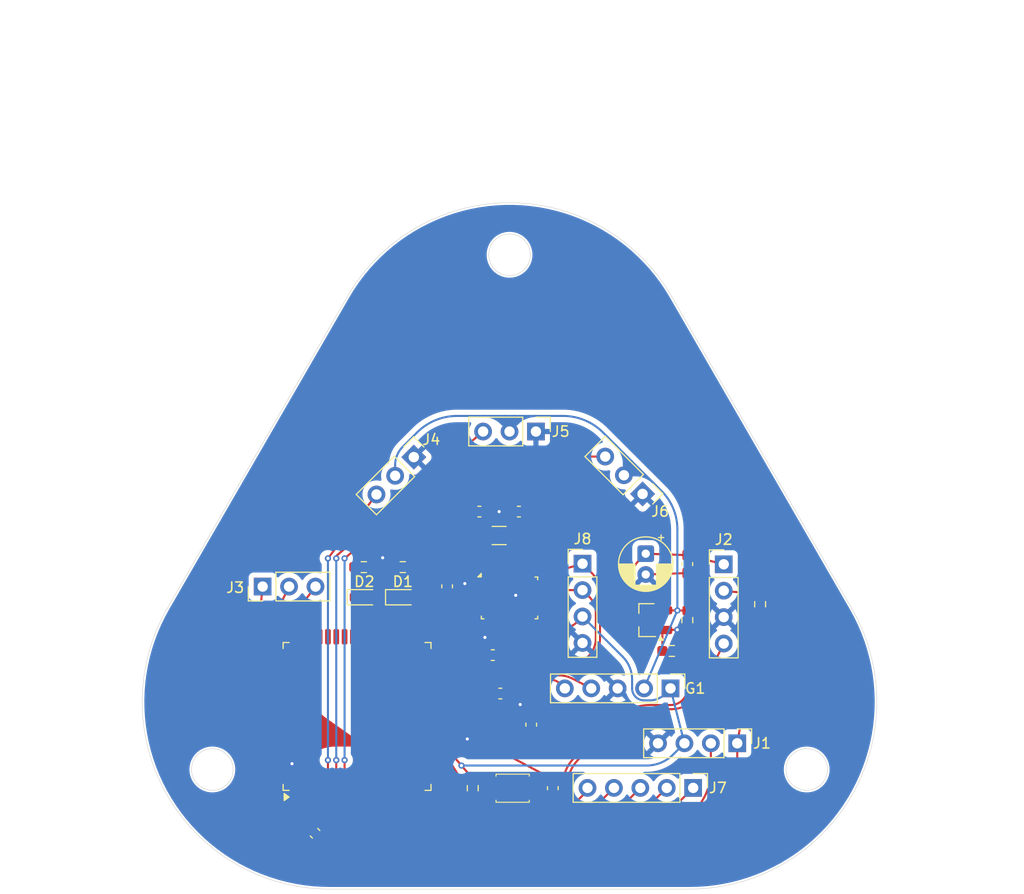
<source format=kicad_pcb>
(kicad_pcb (version 20241229) (generator "pcbnew") (generator_version "9.0")
  (layers (0 "F.Cu" signal) (2 "B.Cu" signal) (13 "F.Paste" user) (15 "B.Paste" user) (5 "F.SilkS" user "F.Silkscreen") (7 "B.SilkS" user "B.Silkscreen") (1 "F.Mask" user) (3 "B.Mask" user) (25 "Edge.Cuts" user))
  (net 0 "")
  (net 1 "GND")
  (net 2 "Net-(C1-Pad2)")
  (net 3 "Net-(U1-XTAL1)")
  (net 4 "Net-(U1-XTAL2)")
  (net 5 "3V3")
  (net 6 "Net-(U1-AREF)")
  (net 7 "Net-(J2-Pin_1)")
  (net 8 "Net-(U2-CAP)")
  (net 9 "Net-(U2-XOUT32)")
  (net 10 "Net-(U2-XIN32)")
  (net 11 "Net-(D1-K)")
  (net 12 "D1")
  (net 13 "Net-(D2-K)")
  (net 14 "D2")
  (net 15 "SCL")
  (net 16 "5V")
  (net 17 "SDA")
  (net 18 "TX0")
  (net 19 "RX0")
  (net 20 "Net-(J2-Pin_2)")
  (net 21 "LIDAR_PWM")
  (net 22 "ADC0")
  (net 23 "ADC2")
  (net 24 "ADC1")
  (net 25 "SERVO_A_PWM")
  (net 26 "SERVO_B_PWM")
  (net 27 "SERVO_C_PWM")
  (net 28 "DEBUG_1")
  (net 29 "DEBUG_3")
  (net 30 "DEBUG_0")
  (net 31 "DEBUG_4")
  (net 32 "DEBUG_2")
  (net 33 "TX1")
  (net 34 "RX1")
  (net 35 "RST")
  (net 36 "LIDAR_EN")
  (footprint "accelerometer:BNO055_Hand_Soldering_LGA-28_5.2x3.8mm_P0.5mm" (layer "F.Cu") (at 150 100)
    (property "Reference" "U2" (hide yes))
    (property "Value" "BNO055")
  )
  (footprint "Capacitor_SMD:C_0603_1608Metric_Pad1.08x0.95mm_HandSolder" (layer "F.Cu") (at 150.9 91.7 180)
    (property "Reference" "C9" (hide yes))
    (property "Value" "12pF" (hide yes))
  )
  (footprint "Crystal:Crystal_SMD_3215-2Pin_3.2x1.5mm" (layer "F.Cu") (at 149 94 180)
    (property "Reference" "Y2" (hide yes))
    (property "Value" "32.768kHz" (hide yes))
  )
  (footprint "Resistor_SMD:R_0603_1608Metric_Pad0.98x0.95mm_HandSolder" (layer "F.Cu") (at 135.9875 97.0375)
    (property "Reference" "R3" (hide yes))
    (property "Value" "330" (hide yes))
  )
  (footprint "Capacitor_SMD:C_0603_1608Metric_Pad1.08x0.95mm_HandSolder" (layer "F.Cu") (at 144 98.8875 -90)
    (property "Reference" "C8" (hide yes))
    (property "Value" "0.1uF" (hide yes))
  )
  (footprint "Package_QFP:TQFP-64_14x14mm_P0.8mm" (layer "F.Cu") (at 135.3375 111.4 90)
    (property "Reference" "U1" (hide yes))
    (property "Value" "ATmega128A-A")
  )
  (footprint "Resistor_SMD:R_0603_1608Metric_Pad0.98x0.95mm_HandSolder" (layer "F.Cu") (at 167.1 102.13625 90)
    (property "Reference" "R4" (hide yes))
    (property "Value" "10K" (hide yes))
  )
  (footprint "Capacitor_SMD:C_0603_1608Metric_Pad1.08x0.95mm_HandSolder" (layer "F.Cu") (at 152.0875 112.1875 90)
    (property "Reference" "C3" (hide yes))
    (property "Value" "12pF" (hide yes))
  )
  (footprint "Connector_PinHeader_2.54mm:PinHeader_1x04_P2.54mm_Vertical" (layer "F.Cu") (at 157.02 96.71)
    (property "Reference" "J8")
    (property "Value" "Conn_01x04_Socket" (hide yes))
  )
  (footprint "Package_TO_SOT_SMD:SOT-23_Handsoldering" (layer "F.Cu") (at 163.2 102.13625 180)
    (property "Reference" "Q1" (hide yes))
    (property "Value" "AO3401A" (hide yes))
  )
  (footprint "Capacitor_SMD:C_0603_1608Metric_Pad1.08x0.95mm_HandSolder" (layer "F.Cu") (at 147.1 91.7)
    (property "Reference" "C10" (hide yes))
    (property "Value" "12pF" (hide yes))
  )
  (footprint "Capacitor_SMD:C_0603_1608Metric_Pad1.08x0.95mm_HandSolder" (layer "F.Cu") (at 131.3 122.63 135)
    (property "Reference" "C4" (hide yes))
    (property "Value" "100nF" (hide yes))
  )
  (footprint "LED_SMD:LED_0603_1608Metric_Pad1.05x0.95mm_HandSolder" (layer "F.Cu") (at 136.0375 99.9375)
    (property "Reference" "D2")
    (property "Value" "LED" (hide yes))
  )
  (footprint "Resistor_SMD:R_0603_1608Metric_Pad0.98x0.95mm_HandSolder" (layer "F.Cu") (at 174.1 100.60625 90)
    (property "Reference" "R6" (hide yes))
    (property "Value" "1K" (hide yes))
  )
  (footprint "air_sens_foots:crys_osc_smd3225_4" (layer "F.Cu") (at 149.0375 112.5875 -90)
    (property "Reference" "Y1" (hide yes))
    (property "Value" "8MHz" (hide yes))
  )
  (footprint "Connector_PinHeader_2.54mm:PinHeader_1x05_P2.54mm_Vertical" (layer "F.Cu") (at 165.48 108.7 -90)
    (property "Reference" "G1")
    (property "Value" "~" (hide yes))
  )
  (footprint "Capacitor_THT:CP_Radial_D5.0mm_P2.00mm" (layer "F.Cu") (at 163.1 95.7475 -90)
    (property "Reference" "C5" (hide yes))
    (property "Value" "10uF" (hide yes))
  )
  (footprint "Connector_PinHeader_2.54mm:PinHeader_1x03_P2.54mm_Vertical" (layer "F.Cu") (at 140.796051 86.46 -45)
    (property "Reference" "J4")
    (property "Value" "Conn_01x03_Socket" (hide yes))
  )
  (footprint "Connector_PinHeader_2.54mm:PinHeader_1x04_P2.54mm_Vertical" (layer "F.Cu") (at 170.6 96.76625)
    (property "Reference" "J2")
    (property "Value" "Lidar")
  )
  (footprint "Connector_PinHeader_2.54mm:PinHeader_1x05_P2.54mm_Vertical" (layer "F.Cu") (at 167.66 118.27 -90)
    (property "Reference" "J7")
    (property "Value" "Conn_01x05_Socket" (hide yes))
  )
  (footprint "Capacitor_SMD:C_0603_1608Metric_Pad1.08x0.95mm_HandSolder" (layer "F.Cu") (at 154.1625 118.3 -90)
    (property "Reference" "C1" (hide yes))
    (property "Value" "100nF" (hide yes))
  )
  (footprint "Capacitor_SMD:C_0603_1608Metric_Pad1.08x0.95mm_HandSolder" (layer "F.Cu") (at 167.1 96.7475 -90)
    (property "Reference" "C6" (hide yes))
    (property "Value" "100nF" (hide yes))
  )
  (footprint "Resistor_SMD:R_0603_1608Metric_Pad0.98x0.95mm_HandSolder" (layer "F.Cu") (at 139.7375 97.0375)
    (property "Reference" "R2" (hide yes))
    (property "Value" "330" (hide yes))
  )
  (footprint "Resistor_SMD:R_0603_1608Metric_Pad0.98x0.95mm_HandSolder" (layer "F.Cu") (at 146.4625 118.3 -90)
    (property "Reference" "R1" (hide yes))
    (property "Value" "10K" (hide yes))
  )
  (footprint "Capacitor_SMD:C_0603_1608Metric_Pad1.08x0.95mm_HandSolder" (layer "F.Cu") (at 149.115 109.1975)
    (property "Reference" "C2" (hide yes))
    (property "Value" "12pF" (hide yes))
  )
  (footprint "Connector_PinHeader_2.54mm:PinHeader_1x03_P2.54mm_Vertical" (layer "F.Cu") (at 126.26 98.91 90)
    (property "Reference" "J3")
    (property "Value" "Conn_01x03_Socket" (hide yes))
  )
  (footprint "Capacitor_SMD:C_0603_1608Metric_Pad1.08x0.95mm_HandSolder" (layer "F.Cu") (at 148.39 105.5 180)
    (property "Reference" "C7" (hide yes))
    (property "Value" "0.1uF" (hide yes))
  )
  (footprint "Connector_PinHeader_2.54mm:PinHeader_1x03_P2.54mm_Vertical" (layer "F.Cu") (at 162.796051 90 -135)
    (property "Reference" "J6")
    (property "Value" "Conn_01x03_Socket" (hide yes))
  )
  (footprint "Connector_PinHeader_2.54mm:PinHeader_1x03_P2.54mm_Vertical" (layer "F.Cu") (at 152.54 84 -90)
    (property "Reference" "J5")
    (property "Value" "Conn_01x03_Socket" (hide yes))
  )
  (footprint "Connector_PinHeader_2.54mm:PinHeader_1x04_P2.54mm_Vertical" (layer "F.Cu") (at 171.9 113.98 -90)
    (property "Reference" "J1")
    (property "Value" "Conn_01x04_Socket" (hide yes))
  )
  (footprint "Resistor_SMD:R_0603_1608Metric_Pad0.98x0.95mm_HandSolder" (layer "F.Cu") (at 165.6125 105.09875 180)
    (property "Reference" "R5" (hide yes))
    (property "Value" "100" (hide yes))
  )
  (footprint "switch:SW_Tactile3x2.5" (layer "F.Cu") (at 150.3 118.3 180)
    (property "Reference" "SW1" (hide yes))
    (property "Value" "SW_Push" (hide yes))
  )
  (footprint "LED_SMD:LED_0603_1608Metric_Pad1.05x0.95mm_HandSolder" (layer "F.Cu") (at 139.7375 99.9375)
    (property "Reference" "D1")
    (property "Value" "LED" (hide yes))
  )
  (gr_poly (pts (xy 144.6 100.3) (xy 145.2 100.6) (xy 149.8 100.7) (xy 149.2 100.4)) (stroke (width 0.2)) (fill yes) (layer "F.Cu") (net 5))
  (gr_poly (pts (xy 131.3 110.9) (xy 131.7 112.6) (xy 131.4 114.2) (xy 131.1 114.7) (xy 131.2 114.8) (xy 132.3 114.3) (xy 133.7 114.2) (xy 136.1 114.2) (xy 132 111.3) (xy 131.4 110.8)) (stroke (width 0.01)) (fill yes) (layer "F.Cu") (net 5))
  (gr_poly (pts (xy 150.917216 99.8) (xy 151.4 100.1) (xy 152.817216 100.2) (xy 152.817216 99.8)) (stroke (width 0.2)) (fill yes) (layer "F.Cu") (net 1))
  (gr_poly (pts (xy 148.5 82.6) (xy 151.5 82.6) (xy 150 83.6)) (stroke (width 0.2)) (fill yes) (layer "B.Cu") (net 16))
  (gr_poly (pts (xy 160.9 86.1) (xy 163.1 88.3) (xy 161.2 88)) (stroke (width 0.2)) (fill yes) (layer "B.Cu") (net 16))
  (gr_circle (center 150 67) (end 152 67) (stroke (width 0.05)) (fill no) (layer "Edge.Cuts"))
  (gr_line (start 132.679 128) (end 167.321 128) (stroke (width 0.05)) (layer "Edge.Cuts"))
  (gr_line (start 182.909 101) (end 165.588 71) (stroke (width 0.05)) (layer "Edge.Cuts"))
  (gr_arc (start 132.679 128) (mid 117.090551 119.000014) (end 117.090527 101.000027) (stroke (width 0.05)) (layer "Edge.Cuts"))
  (gr_arc (start 182.909 101) (mid 182.909229 118.999604) (end 167.321229 127.999604) (stroke (width 0.05)) (layer "Edge.Cuts"))
  (gr_circle (center 121.421 116.5) (end 123.421 116.5) (stroke (width 0.05)) (fill no) (layer "Edge.Cuts"))
  (gr_arc (start 134.412 71) (mid 150.000244 62.000396) (end 165.588244 71.000423) (stroke (width 0.05)) (layer "Edge.Cuts"))
  (gr_line (start 134.412 71) (end 117.091 101) (stroke (width 0.05)) (layer "Edge.Cuts"))
  (gr_circle (center 178.579 116.5) (end 180.579 116.5) (stroke (width 0.05)) (fill no) (layer "Edge.Cuts"))
  (segment (start 129.081985 115.944485) (end 129.081985 116) (width 0.2) (layer "F.Cu") (net 1))
  (segment (start 140.2 96.5875) (end 140.65 97.0375) (width 0.2) (layer "F.Cu") (net 1))
  (segment (start 149 91.7) (end 147.9625 91.7) (width 0.2) (layer "F.Cu") (net 1))
  (segment (start 147.632936 103.8) (end 147.5275 105.5) (width 0.2) (layer "F.Cu") (net 1))
  (segment (start 149 91.7) (end 150.0375 91.7) (width 0.2) (layer "F.Cu") (net 1))
  (segment (start 163.1 97.7475) (end 167.1 97.61) (width 0.2) (layer "F.Cu") (net 1))
  (segment (start 129.042729 116.094769) (end 128.809742 116.327757) (width 0.2) (layer "F.Cu") (net 1))
  (segment (start 128.05625 108.6) (end 127.675 108.6) (width 0.2) (layer "F.Cu") (net 1))
  (segment (start 145.9375 113.562801) (end 143 113.4) (width 0.2) (layer "F.Cu") (net 1))
  (segment (start 150.042893 99.196893) (end 150.596 99.75) (width 0.2) (layer "F.Cu") (net 1))
  (segment (start 129.1375 115.849714) (end 129.1375 109.794974) (width 0.2) (layer "F.Cu") (net 1))
  (segment (start 164.7 103.08625) (end 164.7 105.09875) (width 0.2) (layer "F.Cu") (net 1))
  (segment (start 147.632936 103.8) (end 147.75 101.9125) (width 0.2) (layer "F.Cu") (net 1))
  (segment (start 145.7 98.624281) (end 144 98.025) (width 0.2) (layer "F.Cu") (net 1))
  (segment (start 149.75 98.0875) (end 149.75 98.489786) (width 0.2) (layer "F.Cu") (net 1))
  (segment (start 145.9375 113.562801) (end 147.43652 113.645879) (width 0.2) (layer "F.Cu") (net 1))
  (segment (start 164.7 103.08625) (end 167.1 103.04875) (width 0.2) (layer "F.Cu") (net 1))
  (segment (start 145.7 98.624281) (end 147.475 99.25) (width 0.2) (layer "F.Cu") (net 1))
  (segment (start 151.023164 110.251836) (end 152.0875 111.325) (width 0.2) (layer "F.Cu") (net 1))
  (segment (start 129.109742 115.916727) (end 129.081985 115.944485) (width 0.2) (layer "F.Cu") (net 1))
  (segment (start 150.596 99.75) (end 152.525 99.75) (width 0.2) (layer "F.Cu") (net 1))
  (segment (start 128.7875 108.95) (end 128.707084 108.869584) (width 0.2) (layer "F.Cu") (net 1))
  (segment (start 151.023164 110.251836) (end 149.9775 109.1975) (width 0.2) (layer "F.Cu") (net 1))
  (segment (start 139.113603 96.1375) (end 137.8 96.1375) (width 0.2) (layer "F.Cu") (net 1))
  (segment (start 149.864154 115.152989) (end 154.1625 117.4375) (width 0.2) (layer "F.Cu") (net 1))
  (segment (start 151.023164 110.251836) (end 149.8875 111.4875) (width 0.2) (layer "F.Cu") (net 1))
  (segment (start 151.8105 100.25) (end 152.525 100.25) (width 0.2) (layer "F.Cu") (net 1))
  (segment (start 128.15249 116.6) (end 127.675 116.6) (width 0.2) (layer "F.Cu") (net 1))
  (segment (start 137.8 96.1375) (end 136.9 97.0375) (width 0.2) (layer "F.Cu") (net 1))
  (via (at 166.13 103.063906) (size 0.6) (drill 0.3) (layers "F.Cu" "B.Cu") (net 1))
  (via (at 147.632936 103.8) (size 0.6) (drill 0.3) (layers "F.Cu" "B.Cu") (net 1))
  (via (at 151.023164 110.251836) (size 0.6) (drill 0.3) (layers "F.Cu" "B.Cu") (net 1))
  (via (at 145.9375 113.562801) (size 0.6) (drill 0.3) (layers "F.Cu" "B.Cu") (net 1))
  (via (at 137.8 96.1375) (size 0.6) (drill 0.3) (layers "F.Cu" "B.Cu") (net 1))
  (via (at 149 91.7) (size 0.6) (drill 0.3) (layers "F.Cu" "B.Cu") (net 1))
  (via (at 145.7 98.624281) (size 0.6) (drill 0.3) (layers "F.Cu" "B.Cu") (net 1))
  (via (at 129.081985 115.944485) (size 0.6) (drill 0.3) (layers "F.Cu" "B.Cu") (net 1))
  (via (at 150.596 99.75) (size 0.6) (drill 0.3) (layers "F.Cu" "B.Cu") (net 1))
  (arc (start 150.590772 99.744772) (mid 151.150388 100.118695) (end 151.8105 100.25) (width 0.2) (layer "F.Cu") (net 1))
  (arc (start 128.707084 108.869584) (mid 128.408478 108.670062) (end 128.05625 108.6) (width 0.2) (layer "F.Cu") (net 1))
  (arc (start 128.7875 108.95) (mid 129.046537 109.337677) (end 129.1375 109.794974) (width 0.2) (layer "F.Cu") (net 1))
  (arc (start 129.1375 115.849714) (mid 129.130285 115.885981) (end 129.109742 115.916727) (width 0.2) (layer "F.Cu") (net 1))
  (arc (start 140.2 96.5875) (mid 139.701556 96.254451) (end 139.113603 96.1375) (width 0.2) (layer "F.Cu") (net 1))
  (arc (start 129.081985 116) (mid 129.071782 116.051288) (end 129.042729 116.094769) (width 0.2) (layer "F.Cu") (net 1))
  (arc (start 147.43652 113.645879) (mid 148.123949 113.821137) (end 148.69375 114.24375) (width 0.2) (layer "F.Cu") (net 1))
  (arc (start 128.809742 116.327757) (mid 128.508192 116.529246) (end 128.15249 116.6) (width 0.2) (layer "F.Cu") (net 1))
  (arc (start 150.042893 99.196893) (mid 149.82612 98.87247) (end 149.75 98.489786) (width 0.2) (layer "F.Cu") (net 1))
  (arc (start 148.69375 114.24375) (mid 149.239769 114.748807) (end 149.864154 115.152989) (width 0.2) (layer "F.Cu") (net 1))
  (segment (start 152.15 118.3) (end 154.1625 119.1625) (width 0.2) (layer "F.Cu") (net 2))
  (segment (start 145.016238 111.678541) (end 144.896456 111.685755) (width 0.2) (layer "F.Cu") (net 3))
  (segment (start 144.896456 111.685755) (end 144.579584 111.704844) (width 0.2) (layer "F.Cu") (net 3))
  (segment (start 145.892962 111.265073) (end 145.907393 111.504638) (width 0.2) (layer "F.Cu") (net 3))
  (segment (start 145.620037 110.72574) (end 145.500254 110.732956) (width 0.2) (layer "F.Cu") (net 3))
  (segment (start 145.914608 111.62442) (end 145.914608 111.624417) (width 0.2) (layer "F.Cu") (net 3))
  (segment (start 145.907393 111.504638) (end 145.914608 111.624417) (width 0.2) (layer "F.Cu") (net 3))
  (segment (start 146.753092 111.57391) (end 148.1875 111.4875) (width 0.2) (layer "F.Cu") (net 3))
  (segment (start 145.914608 111.624419) (end 145.914609 111.624419) (width 0.2) (layer "F.Cu") (net 3))
  (segment (start 146.170461 112.067347) (end 146.32392 112.058102) (width 0.2) (layer "F.Cu") (net 3))
  (segment (start 145.874034 110.950874) (end 145.892962 111.265073) (width 0.2) (layer "F.Cu") (net 3))
  (segment (start 148.1875 111.4875) (end 148.2525 109.1975) (width 0.2) (layer "F.Cu") (net 3))
  (segment (start 145.016238 111.678541) (end 145.076129 111.674934) (width 0.2) (layer "F.Cu") (net 3))
  (segment (start 144.579584 111.704844) (end 143.826058 111.750237) (width 0.2) (layer "F.Cu") (net 3))
  (segment (start 145.301263 111.420937) (end 145.27512 110.986954) (width 0.2) (layer "F.Cu") (net 3))
  (segment (start 145.928363 111.85276) (end 145.914608 111.62442) (width 0.2) (layer "F.Cu") (net 3))
  (segment (start 143.826058 111.750237) (end 143 111.8) (width 0.2) (layer "F.Cu") (net 3))
  (arc (start 145.500254 110.732956) (mid 145.335082 110.813328) (end 145.27512 110.986954) (width 0.2) (layer "F.Cu") (net 3))
  (arc (start 145.620037 110.72574) (mid 145.793662 110.785702) (end 145.874034 110.950874) (width 0.2) (layer "F.Cu") (net 3))
  (arc (start 146.538505 111.816007) (mid 146.481353 111.981495) (end 146.32392 112.058102) (width 0.2) (layer "F.Cu") (net 3))
  (arc (start 146.753092 111.57391) (mid 146.595659 111.650517) (end 146.538505 111.816007) (width 0.2) (layer "F.Cu") (net 3))
  (arc (start 145.301263 111.420937) (mid 145.241301 111.594563) (end 145.076129 111.674934) (width 0.2) (layer "F.Cu") (net 3))
  (arc (start 145.91461 111.624421) (mid 145.914609 111.62442) (end 145.914608 111.62442) (width 0.2) (layer "F.Cu") (net 3))
  (arc (start 145.914609 111.624419) (mid 145.914608 111.624419) (end 145.91461 111.624421) (width 0.2) (layer "F.Cu") (net 3))
  (arc (start 145.928363 111.85276) (mid 146.00497 112.010193) (end 146.170461 112.067347) (width 0.2) (layer "F.Cu") (net 3))
  (arc (start 145.91461 111.624421) (mid 145.914608 111.624419) (end 145.914608 111.624419) (width 0.2) (layer "F.Cu") (net 3))
  (arc (start 145.914608 111.624417) (mid 145.914609 111.624419) (end 145.91461 111.624421) (width 0.2) (layer "F.Cu") (net 3))
  (segment (start 148.369903 112.6) (end 143 112.6) (width 0.2) (layer "F.Cu") (net 4))
  (segment (start 149.8875 113.6875) (end 152.0875 113.05) (width 0.2) (layer "F.Cu") (net 4))
  (segment (start 149.104124 112.904124) (end 149.8875 113.6875) (width 0.2) (layer "F.Cu") (net 4))
  (arc (start 149.104124 112.904124) (mid 148.76726 112.679039) (end 148.369903 112.6) (width 0.2) (layer "F.Cu") (net 4))
  (segment (start 147.475 100.25) (end 144.853553 100.25) (width 0.2) (layer "F.Cu") (net 5))
  (segment (start 147.198 99.75) (end 144.353553 99.75) (width 0.2) (layer "F.Cu") (net 5))
  (segment (start 147.752 99.75) (end 147.198 99.75) (width 0.2) (layer "F.Cu") (net 5))
  (segment (start 131.90988 122.691165) (end 131.90988 123.23988) (width 0.2) (layer "F.Cu") (net 5))
  (segment (start 148.805787 100.25) (end 147.475 100.25) (width 0.2) (layer "F.Cu") (net 5))
  (segment (start 130.570145 109.970145) (end 134.8 114.2) (width 0.2) (layer "F.Cu") (net 5))
  (segment (start 128.589759 119.749759) (end 128.182349 119.342349) (width 0.2) (layer "F.Cu") (net 5))
  (segment (start 150.25 101.340658) (end 150.25 101.9125) (width 0.2) (layer "F.Cu") (net 5))
  (segment (start 149.827 100.673) (end 150.077 100.923) (width 0.2) (layer "F.Cu") (net 5))
  (segment (start 156.465 102.345) (end 157.02 101.79) (width 0.2) (layer "F.Cu") (net 5))
  (segment (start 145.707106 100.75) (end 147.475 100.75) (width 0.2) (layer "F.Cu") (net 5))
  (segment (start 134.8 114.2) (end 143 114.2) (width 0.2) (layer "F.Cu") (net 5))
  (segment (start 145.379413 116.120587) (end 143.977115 114.480285) (width 0.2) (layer "F.Cu") (net 5))
  (segment (start 149.659341 100.75) (end 147.475 100.75) (width 0.2) (layer "F.Cu") (net 5))
  (segment (start 148.25 99.372729) (end 148.25 98.0875) (width 0.2) (layer "F.Cu") (net 5))
  (segment (start 143.368749 114.2) (end 142.63125 114.2) (width 0.2) (layer "F.Cu") (net 5))
  (segment (start 150.694701 102.9) (end 155.125111 102.9) (width 0.2) (layer "F.Cu") (net 5))
  (segment (start 150.25 102.455298) (end 150.25 101.9125) (width 0.2) (layer "F.Cu") (net 5))
  (segment (start 147.752 99.75) (end 147.872729 99.75) (width 0.2) (layer "F.Cu") (net 5))
  (segment (start 127.675 117.8) (end 127.675 118.1175) (width 0.2) (layer "F.Cu") (net 5))
  (segment (start 131.041586 121.274156) (end 131.521879 121.754449) (width 0.2) (layer "F.Cu") (net 5))
  (segment (start 134.8 114.2) (end 133.2375 114.2) (width 0.2) (layer "F.Cu") (net 5))
  (segment (start 130.570145 115.304854) (end 128.757842 117.117157) (width 0.2) (layer "F.Cu") (net 5))
  (segment (start 145.379413 116.120587) (end 146.4625 117.3875) (width 0.2) (layer "F.Cu") (net 5))
  (segment (start 128.0375 107.8) (end 127.675 107.8) (width 0.2) (layer "F.Cu") (net 5))
  (segment (start 130.570145 109.970145) (end 128.656326 108.056326) (width 0.2) (layer "F.Cu") (net 5))
  (segment (start 129.443462 120.354508) (end 130.372355 120.800083) (width 0.2) (layer "F.Cu") (net 5))
  (segment (start 144.25 100) (end 144.5 100.25) (width 0.2) (layer "F.Cu") (net 5))
  (via (at 145.379413 116.120587) (size 0.6) (drill 0.3) (layers "F.Cu" "B.Cu") (net 5))
  (arc (start 150.25 101.340658) (mid 150.205038 101.114623) (end 150.077 100.923) (width 0.2) (layer "F.Cu") (net 5))
  (arc (start 127.675 118.1175) (mid 127.806855 118.780383) (end 128.182349 119.342349) (width 0.2) (layer "F.Cu") (net 5))
  (arc (start 144.5 100.25) (mid 145.053825 100.620054) (end 145.707106 100.75) (width 0.2) (layer "F.Cu") (net 5))
  (arc (start 144.353553 99.75) (mid 144.218254 99.840403) (end 144.25 100) (width 0.2) (layer "F.Cu") (net 5))
  (arc (start 148.1395 99.6395) (mid 148.017104 99.721281) (end 147.872729 99.75) (width 0.2) (layer "F.Cu") (net 5))
  (arc (start 131.521879 121.754449) (mid 131.809041 122.184218) (end 131.90988 122.691165) (width 0.2) (layer "F.Cu") (net 5))
  (arc (start 144.25 100) (mid 144.218254 99.840403) (end 144.353553 99.75) (width 0.2) (layer "F.Cu") (net 5))
  (arc (start 150.077 100.923) (mid 149.885376 100.794961) (end 149.659341 100.75) (width 0.2) (layer "F.Cu") (net 5))
  (arc (start 156.465 102.345) (mid 155.850253 102.75576) (end 155.125111 102.9) (width 0.2) (layer "F.Cu") (net 5))
  (arc (start 128.589759 119.749759) (mid 128.990989 120.088303) (end 129.443462 120.354508) (width 0.2) (layer "F.Cu") (net 5))
  (arc (start 131.675 112.6375) (mid 131.387857 111.193938) (end 130.570145 109.970145) (width 0.2) (layer "F.Cu") (net 5))
  (arc (start 130.570145 115.304854) (mid 131.387857 114.081061) (end 131.675 112.6375) (width 0.2) (layer "F.Cu") (net 5))
  (arc (start 144.25 100) (mid 144.25 100) (end 144.25 100) (width 0.2) (layer "F.Cu") (net 5))
  (arc (start 128.075 117.4) (mid 127.792157 117.517157) (end 127.675 117.8) (width 0.2) (layer "F.Cu") (net 5))
  (arc (start 150.25 102.455298) (mid 150.28385 102.625478) (end 150.38025 102.76975) (width 0.2) (layer "F.Cu") (net 5))
  (arc (start 133.2375 114.2) (mid 131.793938 114.487142) (end 130.570145 115.304854) (width 0.2) (layer "F.Cu") (net 5))
  (arc (start 148.25 99.372729) (mid 148.221281 99.517104) (end 148.1395 99.6395) (width 0.2) (layer "F.Cu") (net 5))
  (arc (start 150.38025 102.76975) (mid 150.524521 102.866149) (end 150.694701 102.9) (width 0.2) (layer "F.Cu") (net 5))
  (arc (start 144.25 100) (mid 144.526912 100.185027) (end 144.853553 100.25) (width 0.2) (layer "F.Cu") (net 5))
  (arc (start 128.757842 117.117157) (mid 128.444551 117.326491) (end 128.075 117.4) (width 0.2) (layer "F.Cu") (net 5))
  (arc (start 128.656326 108.056326) (mid 128.372406 107.866616) (end 128.0375 107.8) (width 0.2) (layer "F.Cu") (net 5))
  (arc (start 143.977115 114.480285) (mid 143.703663 114.27344) (end 143.368749 114.2) (width 0.2) (layer "F.Cu") (net 5))
  (arc (start 150.077 100.923) (mid 150.205038 101.114623) (end 150.25 101.340658) (width 0.2) (layer "F.Cu") (net 5))
  (arc (start 130.372355 120.800083) (mid 130.727056 121.008766) (end 131.041586 121.274156) (width 0.2) (layer "F.Cu") (net 5))
  (arc (start 149.827 100.673) (mid 149.358463 100.359934) (end 148.805787 100.25) (width 0.2) (layer "F.Cu") (net 5))
  (segment (start 164.9045 109.2755) (end 165.48 108.7) (width 0.2) (layer "B.Cu") (net 5))
  (segment (start 161.789 108.7) (end 161.789 107.86788) (width 0.2) (layer "B.Cu") (net 5))
  (segment (start 165.749706 115.050293) (end 166.82 113.98) (width 0.2) (layer "B.Cu") (net 5))
  (segment (start 165.48 108.7) (end 166.82 113.98) (width 0.2) (layer "B.Cu") (net 5))
  (segment (start 160.863482 105.633482) (end 157.02 101.79) (width 0.2) (layer "B.Cu") (net 5))
  (segment (start 145.379413 116.120587) (end 163.165789 116.120587) (width 0.2) (layer "B.Cu") (net 5))
  (segment (start 163.51512 109.851) (end 162.939999 109.851) (width 0.2) (layer "B.Cu") (net 5))
  (arc (start 164.9045 109.2755) (mid 164.267047 109.701432) (end 163.51512 109.851) (width 0.2) (layer "B.Cu") (net 5))
  (arc (start 161.789 108.7) (mid 161.876614 109.140468) (end 162.12612 109.51388) (width 0.2) (layer "B.Cu") (net 5))
  (arc (start 160.863482 105.633482) (mid 161.548465 106.658632) (end 161.789 107.86788) (width 0.2) (layer "B.Cu") (net 5))
  (arc (start 165.749706 115.050293) (mid 164.564195 115.842426) (end 163.165789 116.120587) (width 0.2) (layer "B.Cu") (net 5))
  (arc (start 162.12612 109.51388) (mid 162.49953 109.763385) (end 162.939999 109.851) (width 0.2) (layer "B.Cu") (net 5))
  (segment (start 126.6365 117.622945) (end 126.6365 116.442006) (width 0.2) (layer "F.Cu") (net 6))
  (segment (start 129.71256 121.25256) (end 130.69012 122.02012) (width 0.2) (layer "F.Cu") (net 6))
  (segment (start 127.394278 115.8) (end 127.675 115.8) (width 0.2) (layer "F.Cu") (net 6))
  (segment (start 126.915055 115.9985) (end 126.753131 116.160428) (width 0.2) (layer "F.Cu") (net 6))
  (segment (start 127.176415 118.926415) (end 127.856145 119.606145) (width 0.2) (layer "F.Cu") (net 6))
  (arc (start 127.394278 115.8) (mid 127.134924 115.851588) (end 126.915055 115.9985) (width 0.2) (layer "F.Cu") (net 6))
  (arc (start 126.6365 117.622945) (mid 126.776819 118.328378) (end 127.176415 118.926415) (width 0.2) (layer "F.Cu") (net 6))
  (arc (start 127.856145 119.606145) (mid 128.759698 120.457151) (end 129.71256 121.25256) (width 0.2) (layer "F.Cu") (net 6))
  (arc (start 126.753131 116.160428) (mid 126.666811 116.289617) (end 126.6365 116.442006) (width 0.2) (layer "F.Cu") (net 6))
  (segment (start 162.4 96.4475) (end 163.1 95.7475) (width 0.2) (layer "F.Cu") (net 7))
  (segment (start 161.7 98.137449) (end 161.7 102.13625) (width 0.2) (layer "F.Cu") (net 7))
  (segment (start 167.1 95.885) (end 170.6 96.76625) (width 0.2) (layer "F.Cu") (net 7))
  (segment (start 163.1 95.7475) (end 167.1 95.885) (width 0.2) (layer "F.Cu") (net 7))
  (arc (start 162.4 96.4475) (mid 161.881924 97.222855) (end 161.7 98.137449) (width 0.2) (layer "F.Cu") (net 7))
  (segment (start 149.25125 105.49875) (end 149.2525 105.5) (width 0.2) (layer "F.Cu") (net 8))
  (segment (start 149.25 105.495732) (end 149.25 101.9125) (width 0.2) (layer "F.Cu") (net 8))
  (arc (start 149.25 105.495732) (mid 149.250324 105.497365) (end 149.25125 105.49875) (width 0.2) (layer "F.Cu") (net 8))
  (segment (start 150.638519 93.409193) (end 151.7625 91.7) (width 0.2) (layer "F.Cu") (net 9))
  (segment (start 149.25 95.707106) (end 149.25 98.0875) (width 0.2) (layer "F.Cu") (net 9))
  (arc (start 149.75 94.5) (mid 149.379945 95.053825) (end 149.25 95.707106) (width 0.2) (layer "F.Cu") (net 9))
  (arc (start 150.638519 93.409193) (mid 150.222057 93.977239) (end 149.75 94.5) (width 0.2) (layer "F.Cu") (net 9))
  (segment (start 148.25 94.5) (end 147.75 94) (width 0.2) (layer "F.Cu") (net 10))
  (segment (start 148.75 95.707106) (end 148.75 98.0875) (width 0.2) (layer "F.Cu") (net 10))
  (segment (start 147.75 94) (end 146.2375 91.7) (width 0.2) (layer "F.Cu") (net 10))
  (arc (start 148.25 94.5) (mid 148.620054 95.053825) (end 148.75 95.707106) (width 0.2) (layer "F.Cu") (net 10))
  (segment (start 138.8625 99.9375) (end 138.825 97.0375) (width 0.2) (layer "F.Cu") (net 11))
  (segment (start 144.2375 104.767222) (end 144.2375 105.810684) (width 0.2) (layer "F.Cu") (net 12))
  (segment (start 143.848184 106.2) (end 143 106.2) (width 0.2) (layer "F.Cu") (net 12))
  (segment (start 143.385632 102.710632) (end 140.6125 99.9375) (width 0.2) (layer "F.Cu") (net 12))
  (arc (start 144.2375 105.810684) (mid 144.207865 105.959668) (end 144.123472 106.085972) (width 0.2) (layer "F.Cu") (net 12))
  (arc (start 143.385632 102.710632) (mid 144.016106 103.654203) (end 144.2375 104.767222) (width 0.2) (layer "F.Cu") (net 12))
  (arc (start 144.123472 106.085972) (mid 143.997168 106.170365) (end 143.848184 106.2) (width 0.2) (layer "F.Cu") (net 12))
  (segment (start 135.075 97.0375) (end 135.1625 99.9375) (width 0.2) (layer "F.Cu") (net 13))
  (segment (start 137.855133 100.880133) (end 136.9125 99.9375) (width 0.2) (layer "F.Cu") (net 14))
  (segment (start 142.363603 102.963603) (end 141.994866 102.594866) (width 0.2) (layer "F.Cu") (net 14))
  (segment (start 143 104.5) (end 143 105.4) (width 0.2) (layer "F.Cu") (net 14))
  (arc (start 142.363603 102.963603) (mid 142.834605 103.668508) (end 143 104.5) (width 0.2) (layer "F.Cu") (net 14))
  (arc (start 141.994866 102.594866) (mid 141.045203 101.960322) (end 139.925 101.7375) (width 0.2) (layer "F.Cu") (net 14))
  (arc (start 137.855133 100.880133) (mid 138.804796 101.514677) (end 139.925 101.7375) (width 0.2) (layer "F.Cu") (net 14))
  (segment (start 143.368749 111) (end 143 111) (width 0.2) (layer "F.Cu") (net 15))
  (segment (start 149.114885 107.85) (end 153.868959 107.85) (width 0.2) (layer "F.Cu") (net 15))
  (segment (start 143.998244 110.739254) (end 145.312499 109.425) (width 0.2) (layer "F.Cu") (net 15))
  (segment (start 154.895 108.275) (end 155.32 108.7) (width 0.2) (layer "F.Cu") (net 15))
  (arc (start 154.895 108.275) (mid 154.424248 107.960453) (end 153.868959 107.85) (width 0.2) (layer "F.Cu") (net 15))
  (arc (start 143.998244 110.739254) (mid 143.709429 110.932234) (end 143.368749 111) (width 0.2) (layer "F.Cu") (net 15))
  (arc (start 149.114885 107.85) (mid 147.057048 108.259329) (end 145.312499 109.425) (width 0.2) (layer "F.Cu") (net 15))
  (segment (start 166.14 101.20875) (end 164.7 101.18625) (width 0.2) (layer "F.Cu") (net 16))
  (segment (start 166.14 101.20875) (end 167.1 101.22375) (width 0.2) (layer "F.Cu") (net 16))
  (via (at 166.14 101.20875) (size 0.6) (drill 0.3) (layers "F.Cu" "B.Cu") (net 16))
  (segment (start 139 87.228025) (end 139 88.256051) (width 0.2) (layer "B.Cu") (net 16))
  (segment (start 162.051974 88.203949) (end 161 88.203949) (width 0.2) (layer "B.Cu") (net 16))
  (segment (start 161.743858 86.843858) (end 162.36009 87.46009) (width 0.2) (layer "B.Cu") (net 16))
  (segment (start 160.256141 85.356141) (end 161.743858 86.843858) (width 0.2) (layer "B.Cu") (net 16))
  (segment (start 150.439339 82.5) (end 149.56066 82.5) (width 0.2) (layer "B.Cu") (net 16))
  (segment (start 150.439339 82.5) (end 152.56066 82.5) (width 0.2) (layer "B.Cu") (net 16))
  (segment (start 161 87.151974) (end 161 88.203949) (width 0.2) (layer "B.Cu") (net 16))
  (segment (start 166.14 93.386812) (end 166.14 101.20875) (width 0.2) (layer "B.Cu") (net 16))
  (segment (start 166.14 101.20875) (end 162.94 108.7) (width 0.2) (layer "B.Cu") (net 16))
  (segment (start 162.36009 87.46009) (end 163.847807 88.947807) (width 0.2) (layer "B.Cu") (net 16))
  (segment (start 152.56066 82.5) (end 155.146036 82.5) (width 0.2) (layer "B.Cu") (net 16))
  (segment (start 141.106206 84.093792) (end 139.726923 85.473076) (width 0.2) (layer "B.Cu") (net 16))
  (segment (start 163.847807 88.947807) (end 164.621974 89.721974) (width 0.2) (layer "B.Cu") (net 16))
  (segment (start 147.439339 82.5) (end 149.56066 82.5) (width 0.2) (layer "B.Cu") (net 16))
  (segment (start 144.953963 82.5) (end 147.439339 82.5) (width 0.2) (layer "B.Cu") (net 16))
  (segment (start 160.256141 85.356141) (end 158.993792 84.093792) (width 0.2) (layer "B.Cu") (net 16))
  (arc (start 163.847807 88.947807) (mid 163.023872 88.397271) (end 162.051974 88.203949) (width 0.2) (layer "B.Cu") (net 16))
  (arc (start 144.953963 82.5) (mid 142.871572 82.914213) (end 141.106206 84.093792) (width 0.2) (layer "B.Cu") (net 16))
  (arc (start 161.743858 86.843858) (mid 161.26899 86.7494) (end 161 87.151974) (width 0.2) (layer "B.Cu") (net 16))
  (arc (start 164.621974 89.721974) (mid 165.745477 91.403416) (end 166.14 93.386812) (width 0.2) (layer "B.Cu") (net 16))
  (arc (start 149.25 83.25) (mid 148.419261 82.694918) (end 147.439339 82.5) (width 0.2) (layer "B.Cu") (net 16))
  (arc (start 152.56066 82.5) (mid 151.580737 82.694918) (end 150.75 83.25) (width 0.2) (layer "B.Cu") (net 16))
  (arc (start 149.25 83.25) (mid 150 83.56066) (end 150.75 83.25) (width 0.2) (layer "B.Cu") (net 16))
  (arc (start 162.051974 88.203949) (mid 162.454547 87.934957) (end 162.36009 87.46009) (width 0.2) (layer "B.Cu") (net 16))
  (arc (start 158.993792 84.093792) (mid 157.228426 82.914213) (end 155.146036 82.5) (width 0.2) (layer "B.Cu") (net 16))
  (arc (start 139.726923 85.473076) (mid 139.188921 86.278253) (end 139 87.228025) (width 0.2) (layer "B.Cu") (net 16))
  (arc (start 150.75 83.25) (mid 150.845236 82.771211) (end 150.439339 82.5) (width 0.2) (layer "B.Cu") (net 16))
  (arc (start 149.56066 82.5) (mid 149.154763 82.771211) (end 149.25 83.25) (width 0.2) (layer "B.Cu") (net 16))
  (arc (start 161 87.151974) (mid 160.806677 86.180076) (end 160.256141 85.356141) (width 0.2) (layer "B.Cu") (net 16))
  (segment (start 145.345898 108.824499) (end 144.313486 109.856912) (width 0.2) (layer "F.Cu") (net 17))
  (segment (start 156.068762 107.770577) (end 157.86 108.7) (width 0.2) (layer "F.Cu") (net 17))
  (segment (start 148.666649 107.449) (end 154.750776 107.449) (width 0.2) (layer "F.Cu") (net 17))
  (segment (start 143.485199 110.2) (end 143 110.2) (width 0.2) (layer "F.Cu") (net 17))
  (arc (start 148.666649 107.449) (mid 146.869471 107.80648) (end 145.345898 108.824499) (width 0.2) (layer "F.Cu") (net 17))
  (arc (start 144.313486 109.856912) (mid 143.933465 110.110834) (end 143.485199 110.2) (width 0.2) (layer "F.Cu") (net 17))
  (arc (start 156.068762 107.770577) (mid 155.429101 107.530556) (end 154.750776 107.449) (width 0.2) (layer "F.Cu") (net 17))
  (segment (start 166.778792 121.453206) (end 167.766207 120.465792) (width 0.2) (layer "F.Cu") (net 18))
  (segment (start 130.9375 119.343222) (end 130.9375 119.0625) (width 0.2) (layer "F.Cu") (net 18))
  (segment (start 169.36 116.618036) (end 169.36 113.98) (width 0.2) (layer "F.Cu") (net 18))
  (segment (start 136.614519 123.047) (end 162.931036 123.047) (width 0.2) (layer "F.Cu") (net 18))
  (segment (start 132.766763 121.453207) (end 131.136 119.822444) (width 0.2) (layer "F.Cu") (net 18))
  (arc (start 166.778792 121.453206) (mid 165.013426 122.632786) (end 162.931036 123.047) (width 0.2) (layer "F.Cu") (net 18))
  (arc (start 132.766763 121.453207) (mid 134.532128 122.632786) (end 136.614519 123.047) (width 0.2) (layer "F.Cu") (net 18))
  (arc (start 130.9375 119.343222) (mid 130.989088 119.602575) (end 131.136 119.822444) (width 0.2) (layer "F.Cu") (net 18))
  (arc (start 169.36 116.618036) (mid 168.945786 118.700426) (end 167.766207 120.465792) (width 0.2) (layer "F.Cu") (net 18))
  (segment (start 171.9 115.43955) (end 171.9 113.98) (width 0.2) (layer "F.Cu") (net 19))
  (segment (start 130.1375 119.431249) (end 130.1375 119.0625) (width 0.2) (layer "F.Cu") (net 19))
  (segment (start 171.9 113.98) (end 174.1 101.51875) (width 0.2) (layer "F.Cu") (net 19))
  (segment (start 132.191708 121.854207) (end 130.398245 120.060744) (width 0.2) (layer "F.Cu") (net 19))
  (segment (start 136.039464 123.448) (end 163.097136 123.448) (width 0.2) (layer "F.Cu") (net 19))
  (segment (start 170.867942 117.931157) (end 166.944892 121.854207) (width 0.2) (layer "F.Cu") (net 19))
  (arc (start 171.9 115.43955) (mid 171.631776 116.787998) (end 170.867942 117.931157) (width 0.2) (layer "F.Cu") (net 19))
  (arc (start 166.944892 121.854207) (mid 165.179526 123.033786) (end 163.097136 123.448) (width 0.2) (layer "F.Cu") (net 19))
  (arc (start 130.1375 119.431249) (mid 130.205265 119.771929) (end 130.398245 120.060744) (width 0.2) (layer "F.Cu") (net 19))
  (arc (start 132.191708 121.854207) (mid 133.957073 123.033786) (end 136.039464 123.448) (width 0.2) (layer "F.Cu") (net 19))
  (segment (start 170.6 99.30625) (end 174.1 99.69375) (width 0.2) (layer "F.Cu") (net 20))
  (segment (start 140.5375 119.431249) (end 140.5375 119.0625) (width 0.2) (layer "F.Cu") (net 21))
  (segment (start 140.798245 120.060744) (end 140.958 120.220499) (width 0.2) (layer "F.Cu") (net 21))
  (segment (start 156.6667 115.493298) (end 159.865207 112.294792) (width 0.2) (layer "F.Cu") (net 21))
  (segment (start 155.501 119.471802) (end 155.501 118.30755) (width 0.2) (layer "F.Cu") (net 21))
  (segment (start 165.52335 110.701) (end 163.712963 110.701) (width 0.2) (layer "F.Cu") (net 21))
  (segment (start 141.973178 120.641) (end 154.331802 120.641) (width 0.2) (layer "F.Cu") (net 21))
  (segment (start 168.372277 108.925621) (end 170.6 104.38625) (width 0.2) (layer "F.Cu") (net 21))
  (arc (start 140.958 120.220499) (mid 141.423767 120.531715) (end 141.973178 120.641) (width 0.2) (layer "F.Cu") (net 21))
  (arc (start 168.372277 108.925621) (mid 167.201769 110.220829) (end 165.52335 110.701) (width 0.2) (layer "F.Cu") (net 21))
  (arc (start 163.712963 110.701) (mid 161.630572 111.115213) (end 159.865207 112.294792) (width 0.2) (layer "F.Cu") (net 21))
  (arc (start 156.6667 115.493298) (mid 155.803955 116.784488) (end 155.501 118.30755) (width 0.2) (layer "F.Cu") (net 21))
  (arc (start 140.5375 119.431249) (mid 140.605265 119.771929) (end 140.798245 120.060744) (width 0.2) (layer "F.Cu") (net 21))
  (arc (start 155.501 119.471802) (mid 155.412 119.919234) (end 155.15855 120.29855) (width 0.2) (layer "F.Cu") (net 21))
  (arc (start 155.15855 120.29855) (mid 154.779234 120.552) (end 154.331802 120.641) (width 0.2) (layer "F.Cu") (net 21))
  (segment (start 125.8345 105.100956) (end 125.8345 113.581298) (width 0.2) (layer "F.Cu") (net 22))
  (segment (start 126.250028 114.584472) (end 126.308663 114.643107) (width 0.2) (layer "F.Cu") (net 22))
  (segment (start 126.04725 100.97) (end 126.26 98.91) (width 0.2) (layer "F.Cu") (net 22))
  (segment (start 127.170278 115) (end 127.675 115) (width 0.2) (layer "F.Cu") (net 22))
  (arc (start 126.04725 100.97) (mid 125.887722 103.03274) (end 125.8345 105.100956) (width 0.2) (layer "F.Cu") (net 22))
  (arc (start 126.308663 114.643107) (mid 126.703975 114.907246) (end 127.170278 115) (width 0.2) (layer "F.Cu") (net 22))
  (arc (start 125.8345 113.581298) (mid 125.942492 114.124211) (end 126.250028 114.584472) (width 0.2) (layer "F.Cu") (net 22))
  (segment (start 126.722387 104.960951) (end 131.34 98.91) (width 0.2) (layer "F.Cu") (net 23))
  (segment (start 126.6365 112.886159) (end 126.6365 105.21507) (width 0.2) (layer "F.Cu") (net 23))
  (segment (start 127.15034 113.4) (end 127.675 113.4) (width 0.2) (layer "F.Cu") (net 23))
  (arc (start 126.787 113.249499) (mid 126.953702 113.360886) (end 127.15034 113.4) (width 0.2) (layer "F.Cu") (net 23))
  (arc (start 126.6365 112.886159) (mid 126.675613 113.082797) (end 126.787 113.249499) (width 0.2) (layer "F.Cu") (net 23))
  (arc (start 126.722387 104.960951) (mid 126.658553 105.08095) (end 126.6365 105.21507) (width 0.2) (layer "F.Cu") (net 23))
  (segment (start 126.877757 113.991757) (end 126.532159 113.646159) (width 0.2) (layer "F.Cu") (net 24))
  (segment (start 127.3805 114.2) (end 127.675 114.2) (width 0.2) (layer "F.Cu") (net 24))
  (segment (start 126.769088 103.031613) (end 128.8 98.91) (width 0.2) (layer "F.Cu") (net 24))
  (segment (start 126.2355 105.321706) (end 126.2355 112.929961) (width 0.2) (layer "F.Cu") (net 24))
  (arc (start 126.769088 103.031613) (mid 126.37066 104.145989) (end 126.2355 105.321706) (width 0.2) (layer "F.Cu") (net 24))
  (arc (start 126.2355 112.929961) (mid 126.312599 113.317565) (end 126.532159 113.646159) (width 0.2) (layer "F.Cu") (net 24))
  (arc (start 126.877757 113.991757) (mid 127.108417 114.145879) (end 127.3805 114.2) (width 0.2) (layer "F.Cu") (net 24))
  (segment (start 132.5375 115.6) (end 132.5375 119.0625) (width 0.2) (layer "F.Cu") (net 25))
  (segment (start 132.5375 96.2) (end 137.203949 90.052102) (width 0.2) (layer "F.Cu") (net 25))
  (via (at 132.5375 96.2) (size 0.6) (drill 0.3) (layers "F.Cu" "B.Cu") (net 25))
  (via (at 132.5375 115.6) (size 0.6) (drill 0.3) (layers "F.Cu" "B.Cu") (net 25))
  (segment (start 132.5375 96.2) (end 132.5375 115.6) (width 0.2) (layer "B.Cu") (net 25))
  (segment (start 133.3375 96.08125) (end 133.3375 96.2) (width 0.2) (layer "F.Cu") (net 26))
  (segment (start 133.3375 115.6) (end 133.3375 119.0625) (width 0.2) (layer "F.Cu") (net 26))
  (segment (start 133.428111 95.885746) (end 147.46 84) (width 0.2) (layer "F.Cu") (net 26))
  (via (at 133.3375 96.2) (size 0.6) (drill 0.3) (layers "F.Cu" "B.Cu") (net 26))
  (via (at 133.3375 115.6) (size 0.6) (drill 0.3) (layers "F.Cu" "B.Cu") (net 26))
  (arc (start 133.428111 95.885746) (mid 133.361253 95.973509) (end 133.3375 96.08125) (width 0.2) (layer "F.Cu") (net 26))
  (segment (start 133.3375 115.6) (end 133.3375 96.2) (width 0.2) (layer "B.Cu") (net 26))
  (segment (start 134.1375 115.6) (end 134.1375 119.0625) (width 0.2) (layer "F.Cu") (net 27))
  (segment (start 148.064463 86.407898) (end 159.203949 86.407898) (width 0.2) (layer "F.Cu") (net 27))
  (segment (start 144.052308 87.869658) (end 134.1375 96.2) (width 0.2) (layer "F.Cu") (net 27))
  (via (at 134.1375 115.6) (size 0.6) (drill 0.3) (layers "F.Cu" "B.Cu") (net 27))
  (via (at 134.1375 96.2) (size 0.6) (drill 0.3) (layers "F.Cu" "B.Cu") (net 27))
  (arc (start 148.064463 86.407898) (mid 145.929391 86.784721) (end 144.052308 87.869658) (width 0.2) (layer "F.Cu") (net 27))
  (segment (start 134.1375 115.6) (end 134.1375 96.2) (width 0.2) (layer "B.Cu") (net 27))
  (segment (start 138.56 121.022499) (end 137.598245 120.060744) (width 0.2) (layer "F.Cu") (net 28))
  (segment (start 158.891036 122.245) (end 141.511377 122.245) (width 0.2) (layer "F.Cu") (net 28))
  (segment (start 137.3375 119.431249) (end 137.3375 119.0625) (width 0.2) (layer "F.Cu") (net 28))
  (segment (start 162.738792 120.651207) (end 165.12 118.27) (width 0.2) (layer "F.Cu") (net 28))
  (arc (start 137.3375 119.431249) (mid 137.405265 119.771929) (end 137.598245 120.060744) (width 0.2) (layer "F.Cu") (net 28))
  (arc (start 162.738792 120.651207) (mid 160.973426 121.830786) (end 158.891036 122.245) (width 0.2) (layer "F.Cu") (net 28))
  (arc (start 138.56 121.022499) (mid 139.914103 121.927282) (end 141.511377 122.245) (width 0.2) (layer "F.Cu") (net 28))
  (segment (start 138.9375 119.431249) (end 138.9375 119.0625) (width 0.2) (layer "F.Cu") (net 29))
  (segment (start 154.62335 121.443) (end 141.742278 121.443) (width 0.2) (layer "F.Cu") (net 29))
  (segment (start 158.4535 119.8565) (end 160.04 118.27) (width 0.2) (layer "F.Cu") (net 29))
  (segment (start 139.759 120.621499) (end 139.198245 120.060744) (width 0.2) (layer "F.Cu") (net 29))
  (arc (start 139.759 120.621499) (mid 140.668935 121.229498) (end 141.742278 121.443) (width 0.2) (layer "F.Cu") (net 29))
  (arc (start 158.4535 119.8565) (mid 156.696212 121.030682) (end 154.62335 121.443) (width 0.2) (layer "F.Cu") (net 29))
  (arc (start 138.9375 119.431249) (mid 139.005265 119.771929) (end 139.198245 120.060744) (width 0.2) (layer "F.Cu") (net 29))
  (segment (start 136.5375 119.431249) (end 136.5375 119.0625) (width 0.2) (layer "F.Cu") (net 30))
  (segment (start 164.877792 121.052207) (end 167.66 118.27) (width 0.2) (layer "F.Cu") (net 30))
  (segment (start 136.798245 120.060744) (end 137.9605 121.222999) (width 0.2) (layer "F.Cu") (net 30))
  (segment (start 161.030036 122.646) (end 141.395927 122.646) (width 0.2) (layer "F.Cu") (net 30))
  (arc (start 136.5375 119.431249) (mid 136.605265 119.771929) (end 136.798245 120.060744) (width 0.2) (layer "F.Cu") (net 30))
  (arc (start 137.9605 121.222999) (mid 139.536687 122.276174) (end 141.395927 122.646) (width 0.2) (layer "F.Cu") (net 30))
  (arc (start 164.877792 121.052207) (mid 163.112426 122.231786) (end 161.030036 122.646) (width 0.2) (layer "F.Cu") (net 30))
  (segment (start 157.5 118.3971) (end 157.5 118.27) (width 0.2) (layer "F.Cu") (net 31))
  (segment (start 139.7375 119.431249) (end 139.7375 119.0625) (width 0.2) (layer "F.Cu") (net 31))
  (segment (start 140.3585 120.420999) (end 139.998245 120.060744) (width 0.2) (layer "F.Cu") (net 31))
  (segment (start 154.399123 121.042) (end 141.857728 121.042) (width 0.2) (layer "F.Cu") (net 31))
  (segment (start 155.394491 120.629705) (end 157.410126 118.614073) (width 0.2) (layer "F.Cu") (net 31))
  (arc (start 140.3585 120.420999) (mid 141.046351 120.880607) (end 141.857728 121.042) (width 0.2) (layer "F.Cu") (net 31))
  (arc (start 155.394491 120.629705) (mid 154.937812 120.934848) (end 154.399123 121.042) (width 0.2) (layer "F.Cu") (net 31))
  (arc (start 139.7375 119.431249) (mid 139.805265 119.771929) (end 139.998245 120.060744) (width 0.2) (layer "F.Cu") (net 31))
  (arc (start 157.5 118.3971) (mid 157.476642 118.514525) (end 157.410126 118.614073) (width 0.2) (layer "F.Cu") (net 31))
  (segment (start 138.398245 120.060744) (end 139.1595 120.821999) (width 0.2) (layer "F.Cu") (net 32))
  (segment (start 160.599792 120.250207) (end 162.58 118.27) (width 0.2) (layer "F.Cu") (net 32))
  (segment (start 138.1375 119.431249) (end 138.1375 119.0625) (width 0.2) (layer "F.Cu") (net 32))
  (segment (start 141.626827 121.844) (end 156.752036 121.844) (width 0.2) (layer "F.Cu") (net 32))
  (arc (start 160.599792 120.250207) (mid 158.834426 121.429786) (end 156.752036 121.844) (width 0.2) (layer "F.Cu") (net 32))
  (arc (start 139.1595 120.821999) (mid 140.291519 121.57839) (end 141.626827 121.844) (width 0.2) (layer "F.Cu") (net 32))
  (arc (start 138.1375 119.431249) (mid 138.205265 119.771929) (end 138.398245 120.060744) (width 0.2) (layer "F.Cu") (net 32))
  (segment (start 158.3 101.435096) (end 158.3 103.91005) (width 0.2) (layer "F.Cu") (net 33))
  (segment (start 157.66 99.89) (end 157.02 99.25) (width 0.2) (layer "F.Cu") (net 33))
  (segment (start 157.02 99.25) (end 152.525 99.25) (width 0.2) (layer "F.Cu") (net 33))
  (segment (start 144.711443 107.449999) (end 143.759944 108.401499) (width 0.2) (layer "F.Cu") (net 33))
  (segment (start 147.487789 106.3) (end 155.91005 106.3) (width 0.2) (layer "F.Cu") (net 33))
  (segment (start 143.280722 108.6) (end 143 108.6) (width 0.2) (layer "F.Cu") (net 33))
  (arc (start 143.759944 108.401499) (mid 143.540075 108.548411) (end 143.280722 108.6) (width 0.2) (layer "F.Cu") (net 33))
  (arc (start 158.3 103.91005) (mid 158.118075 104.824644) (end 157.6 105.6) (width 0.2) (layer "F.Cu") (net 33))
  (arc (start 157.66 99.89) (mid 158.133669 100.598896) (end 158.3 101.435096) (width 0.2) (layer "F.Cu") (net 33))
  (arc (start 157.6 105.6) (mid 156.824644 106.118075) (end 155.91005 106.3) (width 0.2) (layer "F.Cu") (net 33))
  (arc (start 147.487789 106.3) (mid 145.985241 106.598874) (end 144.711443 107.449999) (width 0.2) (layer "F.Cu") (net 33))
  (segment (start 155.910051 106.701) (end 148.207481 106.701) (width 0.2) (layer "F.Cu") (net 34))
  (segment (start 143.3 109.4) (end 143 109.4) (width 0.2) (layer "F.Cu") (net 34))
  (segment (start 158.701 103.910051) (end 158.701 99.579646) (width 0.2) (layer "F.Cu") (net 34))
  (segment (start 157.02 96.71) (end 152.25 98.0875) (width 0.2) (layer "F.Cu") (net 34))
  (segment (start 143.812132 109.187867) (end 144.9495 108.0505) (width 0.2) (layer "F.Cu") (net 34))
  (segment (start 157.8605 97.5505) (end 157.02 96.71) (width 0.2) (layer "F.Cu") (net 34))
  (arc (start 158.701 103.910051) (mid 158.488551 104.9781) (end 157.88355 105.88355) (width 0.2) (layer "F.Cu") (net 34))
  (arc (start 148.207481 106.701) (mid 146.444274 107.051723) (end 144.9495 108.0505) (width 0.2) (layer "F.Cu") (net 34))
  (arc (start 157.88355 105.88355) (mid 156.9781 106.488551) (end 155.910051 106.701) (width 0.2) (layer "F.Cu") (net 34))
  (arc (start 157.8605 97.5505) (mid 158.482561 98.48148) (end 158.701 99.579646) (width 0.2) (layer "F.Cu") (net 34))
  (arc (start 143.812132 109.187867) (mid 143.577163 109.344868) (end 143.3 109.4) (width 0.2) (layer "F.Cu") (net 34))
  (segment (start 144.289814 115.798279) (end 146.4625 119.2125) (width 0.2) (layer "F.Cu") (net 35))
  (segment (start 146.4625 119.2125) (end 148.45 118.3) (width 0.2) (layer "F.Cu") (net 35))
  (segment (start 143.812132 115.212132) (end 143.85 115.25) (width 0.2) (layer "F.Cu") (net 35))
  (segment (start 143.3 115) (end 143 115) (width 0.2) (layer "F.Cu") (net 35))
  (arc (start 143.85 115.25) (mid 144.084908 115.512105) (end 144.289814 115.798279) (width 0.2) (layer "F.Cu") (net 35))
  (arc (start 143.812132 115.212132) (mid 143.577163 115.055131) (end 143.3 115) (width 0.2) (layer "F.Cu") (net 35))
  (segment (start 143.347618 120.24) (end 154.331801 120.24) (width 0.2) (layer "F.Cu") (net 36))
  (segment (start 163.546863 110.3) (end 165.5 110.3) (width 0.2) (layer "F.Cu") (net 36))
  (segment (start 155.1 119.471801) (end 155.1 118.14145) (width 0.2) (layer "F.Cu") (net 36))
  (segment (start 167.1 108.141108) (end 167.1 108.7) (width 0.2) (layer "F.Cu") (net 36))
  (segment (start 166.8125 106.099375) (end 166.525 105.09875) (width 0.2) (layer "F.Cu") (net 36))
  (segment (start 141.92625 119.65125) (end 141.3375 119.0625) (width 0.2) (layer "F.Cu") (net 36))
  (segment (start 159.699107 111.893792) (end 156.2657 115.327199) (width 0.2) (layer "F.Cu") (net 36))
  (arc (start 163.546863 110.3) (mid 161.464472 110.714213) (end 159.699107 111.893792) (width 0.2) (layer "F.Cu") (net 36))
  (arc (start 154.875 120.015) (mid 154.625778 120.181524) (end 154.331801 120.24) (width 0.2) (layer "F.Cu") (net 36))
  (arc (start 141.92625 119.65125) (mid 142.578379 120.086988) (end 143.347618 120.24) (width 0.2) (layer "F.Cu") (net 36))
  (arc (start 167.1 108.7) (mid 166.63137 109.83137) (end 165.5 110.3) (width 0.2) (layer "F.Cu") (net 36))
  (arc (start 155.1 119.471801) (mid 155.041524 119.765778) (end 154.875 120.015) (width 0.2) (layer "F.Cu") (net 36))
  (arc (start 156.2657 115.327199) (mid 155.402955 116.618388) (end 155.1 118.14145) (width 0.2) (layer "F.Cu") (net 36))
  (arc (start 166.8125 106.099375) (mid 167.027772 107.11017) (end 167.1 108.141108) (width 0.2) (layer "F.Cu") (net 36))
  (zone (net 1) (net_name "GND") (layer "B.Cu") (connect_pads (clearance 0.5)) (min_thickness 0.25) (fill yes (thermal_gap 0.5) (thermal_bridge_width 0.5))
    (polygon (pts (xy 150 42.5) (xy 101 128.5) (xy 199.5 128)))
  )
)
</source>
